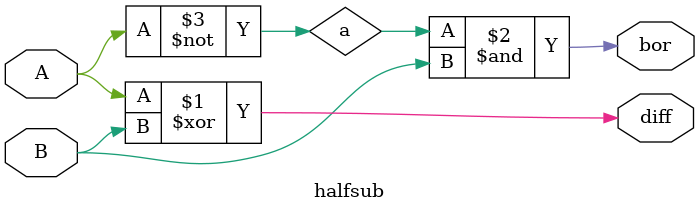
<source format=sv>
module halfsub(output diff,bor, input A,B);
  wire a;
  xor x1(diff,A,B);
  not g(a,A);
  and a1(bor,a,B);
endmodule
</source>
